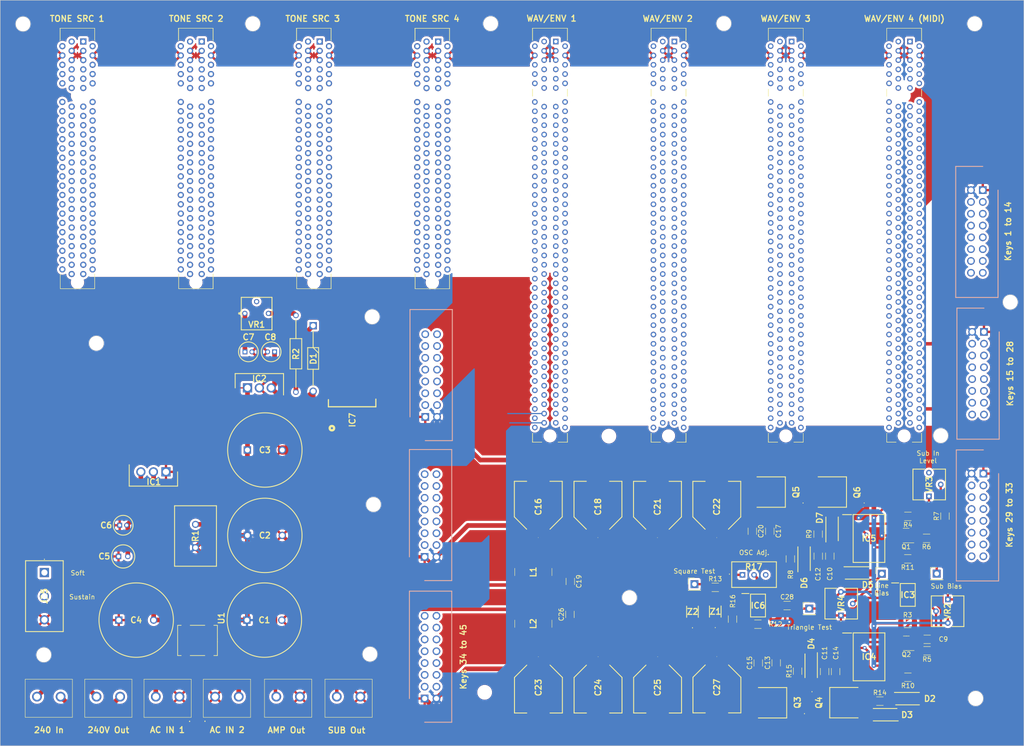
<source format=kicad_pcb>
(kicad_pcb (version 20221018) (generator pcbnew)
  (layers (0 "F.Cu" signal) (1 "In1.Cu" signal) (2 "In2.Cu" signal) (31 "B.Cu" signal) (34 "B.Paste" user) (35 "F.Paste" user) (36 "B.SilkS" user "B.Silkscreen") (37 "F.SilkS" user "F.Silkscreen") (38 "B.Mask" user) (39 "F.Mask" user) (44 "Edge.Cuts" user))
  (net 0 "")
  (net 1 "+30V")
  (net 2 "GND")
  (net 3 "+VT")
  (net 4 "Net-(C4--)")
  (net 5 "-15V")
  (net 6 "Net-(C7-+)")
  (net 7 "+15V")
  (net 8 "Net-(IC3-VINB-)")
  (net 9 "VB2")
  (net 10 "VS2")
  (net 11 "VB1")
  (net 12 "VS1")
  (net 13 "AMP OUT")
  (net 14 "SUBWOOFER")
  (net 15 "Net-(IC6-IN2-)")
  (net 16 "TRI WAVE OUT")
  (net 17 "Net-(D1-K)")
  (net 18 "HO1")
  (net 19 "Net-(D3-A)")
  (net 20 "LO1")
  (net 21 "Net-(D4-A)")
  (net 22 "HO2")
  (net 23 "Net-(D6-A)")
  (net 24 "LO2")
  (net 25 "Net-(D7-A)")
  (net 26 "PCM LNE OUT")
  (net 27 "Net-(IC3-VINA-)")
  (net 28 "PCM SUB OUT")
  (net 29 "+5V")
  (net 30 "VSS1")
  (net 35 "Net-(IC4-HIN)")
  (net 36 "SUB INV")
  (net 38 "VSS2")
  (net 43 "Net-(IC5-HIN)")
  (net 44 "LINE INV")
  (net 46 "Net-(IC6-OUT1)")
  (net 47 "Net-(IC6-IN1+)")
  (net 48 "SELECT 4")
  (net 49 "SELECT 5")
  (net 50 "SELECT 6")
  (net 51 "TONE 1")
  (net 52 "TONE 2")
  (net 53 "TONE 3")
  (net 54 "TONE 4")
  (net 55 "TONE 5")
  (net 56 "TONE 6")
  (net 57 "EXP 1")
  (net 58 "EXP 2")
  (net 59 "EXP 3")
  (net 60 "EXP 4")
  (net 61 "EXP 5")
  (net 62 "EXP 6")
  (net 63 "EXP 7")
  (net 64 "TONE 7")
  (net 65 "TONE 8")
  (net 66 "TONE 9")
  (net 67 "TONE 10")
  (net 68 "TONE 11")
  (net 69 "TONE 12")
  (net 70 "EXP 11")
  (net 71 "EXP 12")
  (net 72 "EXP 13")
  (net 73 "SELECT 3")
  (net 74 "SELECT 1")
  (net 75 "SELECT 2")
  (net 76 "F1")
  (net 77 "F#2")
  (net 78 "G3")
  (net 79 "G#4")
  (net 80 "A5")
  (net 81 "A#6")
  (net 82 "B7")
  (net 83 "C8")
  (net 84 "C#9")
  (net 85 "D10")
  (net 86 "D#11")
  (net 87 "E12")
  (net 88 "F13")
  (net 89 "F#14")
  (net 90 "G15")
  (net 91 "G#16")
  (net 92 "A17")
  (net 93 "A#18")
  (net 94 "B19")
  (net 95 "C20")
  (net 96 "C#21")
  (net 97 "D22")
  (net 98 "D#23")
  (net 99 "E24")
  (net 100 "F25")
  (net 101 "F#26")
  (net 102 "G27")
  (net 103 "G#28")
  (net 104 "A29")
  (net 105 "A#30")
  (net 106 "B31")
  (net 107 "C32")
  (net 108 "C#33")
  (net 109 "+VED")
  (net 110 "SUSTAIN")
  (net 111 "SOFT")
  (net 112 "LINE OUT")
  (net 113 "F73")
  (net 114 "E72")
  (net 115 "D#71")
  (net 116 "D70")
  (net 117 "C#69")
  (net 118 "C68")
  (net 119 "B67")
  (net 120 "A#66")
  (net 121 "A65")
  (net 122 "G#64")
  (net 123 "G63")
  (net 124 "F#62")
  (net 125 "F61")
  (net 126 "E60")
  (net 127 "D#59")
  (net 128 "D58")
  (net 129 "C#57")
  (net 130 "C56")
  (net 131 "B55")
  (net 132 "A#54")
  (net 133 "A53")
  (net 134 "G#52")
  (net 135 "G51")
  (net 136 "F#50")
  (net 137 "F49")
  (net 138 "E48")
  (net 139 "D#47")
  (net 140 "D46")
  (net 141 "C#45")
  (net 142 "C44")
  (net 143 "B43")
  (net 144 "A#42")
  (net 145 "A41")
  (net 146 "G#40")
  (net 147 "G39")
  (net 148 "F#38")
  (net 149 "F37")
  (net 150 "E36")
  (net 151 "D#35")
  (net 152 "D34")
  (net 153 "AC1")
  (net 154 "AC2")
  (net 155 "LIVE")
  (net 156 "Neutral")
  (net 157 "Net-(Q1-B)")
  (net 158 "Net-(Q2-B)")
  (net 159 "Net-(VR1-CW)")
  (net 160 "SUB IN")
  (net 161 "SQUARE")
  (net 163 "Net-(Z1-K)")
  (net 164 "EXP8")
  (net 165 "EXP9")
  (net 166 "EXP10")
  (footprint "Connector_PinHeader_2.54mm:PinHeader_1x01_P2.54mm_Vertical" (layer "F.Cu") (at 216.158 137.3502)
    (fp_text reference "J23" hide)
    (fp_text value "Bias Test Point 2" hide)
  )
  (footprint "SamacSys_Parts:877159306" (layer "F.Cu") (at 134.243 22.9232 -90)
    (fp_text reference "J4" hide)
    (fp_text value "WAV/ENV 1")
  )
  (footprint "Resistor_SMD:R_1206_3216Metric" (layer "F.Cu") (at 217.936 124.9804 90)
    (fp_text reference "R7")
    (fp_text value "10k")
  )
  (footprint "SamacSys_Parts:SQMR54K7J" (layer "F.Cu") (at 56.773 131.7526 90)
    (fp_text reference "R1")
    (fp_text value "SQMR54K7J" hide)
  )
  (footprint "SamacSys_Parts:SOIC127P600X175-8N" (layer "F.Cu") (at 209.935 141.9222)
    (fp_text reference "IC3")
    (fp_text value "MCP6022-E_SN" hide)
  )
  (footprint "SamacSys_Parts:EEE0JA152UAP" (layer "F.Cu") (at 168.8886 162.134 -90)
    (fp_text reference "C27")
    (fp_text value "EEEFK1H221P" hide)
  )
  (footprint "Package_TO_SOT_SMD:SOT-23" (layer "F.Cu") (at 209.5817 129.1612 180)
    (fp_text reference "Q1")
    (fp_text value "BC848")
  )
  (footprint "Resistor_SMD:R_1206_3216Metric" (layer "F.Cu") (at 214.0752 153.9364 180)
    (fp_text reference "R5")
    (fp_text value "10k")
  )
  (footprint "SamacSys_Parts:IRFR2905ZTRPBF" (layer "F.Cu") (at 196.1982 165.087 -90)
    (fp_text reference "Q4")
    (fp_text value "IRFR2905ZTRPBF" hide)
  )
  (footprint "Resistor_SMD:R_1206_3216Metric" (layer "F.Cu") (at 172.2472 147.1292 90)
    (fp_text reference "R16")
    (fp_text value "100k")
  )
  (footprint "SamacSys_Parts:TO270P460X1020X2008-3P" (layer "F.Cu") (at 50.423 115.4604 180)
    (fp_text reference "IC1")
    (fp_text value "L7915CV" hide)
  )
  (footprint "Resistor_SMD:R_1206_3216Metric" (layer "F.Cu") (at 209.935 134.1752 180)
    (fp_text reference "R11")
    (fp_text value "10k")
  )
  (footprint "SamacSys_Parts:DIOM5127X229N" (layer "F.Cu") (at 199.0384 137.1978)
    (fp_text reference "D5")
    (fp_text value "US1M-E3_5AT" hide)
  )
  (footprint "SamacSys_Parts:CAPPRD750W85D1600H3350" (layer "F.Cu") (at 67.9328 129.1256)
    (fp_text reference "C2")
    (fp_text value "ECA1HHG222" hide)
  )
  (footprint "SamacSys_Parts:SRN8040220M" (layer "F.Cu") (at 129.417 136.9946 -90)
    (fp_text reference "L1")
    (fp_text value "SRN8040-220M" hide)
  )
  (footprint "SamacSys_Parts:DIOM5127X229N" (layer "F.Cu") (at 189.1578 157.1622 -90)
    (fp_text reference "D4")
    (fp_text value "US1M-E3_5AT" hide)
  )
  (footprint "SamacSys_Parts:SOIC127P1032X265-16N" (layer "F.Cu") (at 201.5914 129.781)
    (fp_text reference "IC5")
    (fp_text value "IR2113SPBF" hide)
  )
  (footprint "Capacitor_SMD:C_1206_3216Metric" (layer "F.Cu") (at 177.7786 156.5526 90)
    (fp_text reference "C15")
    (fp_text value "220nF")
  )
  (footprint "Connector_PinHeader_2.54mm:PinHeader_1x01_P2.54mm_Vertical" (layer "F.Cu") (at 204.347 137.3756)
    (fp_text reference "J24" hide)
    (fp_text value "Bias Test Point 1" hide)
  )
  (footprint "Resistor_SMD:R_1206_3216Metric" (layer "F.Cu") (at 190.6564 128.8412 -90)
    (fp_text reference "R9")
    (fp_text value "10R")
  )
  (footprint "Resistor_SMD:R_1206_3216Metric" (layer "F.Cu") (at 177.7024 148.2214 180)
    (fp_text reference "R12")
    (fp_text value "100k")
  )
  (footprint "SamacSys_Parts:T73YP103KT20" (layer "F.Cu") (at 195.5586 146.3418 90)
    (fp_text reference "VR4")
    (fp_text value "T73YP103KT20" hide)
  )
  (footprint "SamacSys_Parts:CAPPRD150W47D425H800" (layer "F.Cu") (at 73.779 89.654 180)
    (fp_text reference "C8")
    (fp_text value "MCMHR50V104M4X7" hide)
  )
  (footprint "SamacSys_Parts:DIOAD1405W86L465D235" (layer "F.Cu") (at 82.0714 84.0269 -90)
    (fp_text reference "D1")
    (fp_text value "1N4002G" hide)
  )
  (footprint "SamacSys_Parts:1001878410212TLF" (layer "F.Cu") (at 32.643 22.9232 -90)
    (fp_text reference "J8" hide)
    (fp_text value "TONE SRC 1")
  )
  (footprint "SamacSys_Parts:SOT508P985X260-4N" (layer "F.Cu") (at 57.2048 151.7062 -90)
    (fp_text reference "U1")
    (fp_text value "DF06S" hide)
  )
  (footprint "SamacSys_Parts:17761192" (layer "F.Cu") (at 22.6862 163.7972)
    (fp_text reference "J12" hide)
    (fp_text value "240 In")
  )
  (footprint "Capacitor_SMD:C_1206_3216Metric" (layer "F.Cu") (at 137.3672 139.0266 -90)
    (fp_text reference "C19")
    (fp_text value "390nF")
  )
  (footprint "Resistor_SMD:R_1206_3216Metric" (layer "F.Cu") (at 209.9604 125.0312 180)
    (fp_text reference "R4")
    (fp_text value "10k")
  )
  (footprint "SamacSys_Parts:CAPPRD750W85D1600H3350" (layer "F.Cu") (at 67.8312 147.3374)
    (fp_text reference "C1")
    (fp_text value "ECA1HHG222" hide)
  )
  (footprint "Capacitor_SMD:C_1206_3216Metric" (layer "F.Cu") (at 137.291 146.1132 90)
    (fp_text reference "C26")
    (fp_text value "5.6uF")
  )
  (footprint "SamacSys_Parts:1001878410212TLF" (layer "F.Cu") (at 108.9488 22.9392 -90)
    (fp_text reference "J5" hide)
    (fp_text value "TONE SRC 4")
  )
  (footprint "Capacitor_SMD:C_1206_3216Metric" (layer "F.Cu") (at 181.6394 156.5272 90)
    (fp_text reference "C13")
    (fp_text value "100nF")
  )
  (footprint "Capacitor_SMD:C_1206_3216Metric" (layer "F.Cu") (at 190.6818 133.591 -90)
    (fp_text reference "C12")
    (fp_text value "22uF")
  )
  (footprint "SamacSys_Parts:1001878410212TLF" (layer "F.Cu") (at 58.1046 22.9232 -90)
    (fp_text reference "J7" hide)
    (fp_text value "TONE SRC 2")
  )
  (footprint "Capacitor_SMD:C_1206_3216Metric" (layer "F.Cu") (at 193.171 133.591 90)
    (fp_text reference "C10")
    (fp_text value "220nF")
  )
  (footprint "SamacSys_Parts:CAPPRD150W47D425H800" (layer "F.Cu") (at 67.4022 89.654)
    (fp_text reference "C7")
    (fp_text value "MCMHR50V104M4X7" hide)
  )
  (footprint "SamacSys_Parts:T73YP103KT20" (layer "F.Cu") (at 214.4816 120.7132 90)
    (fp_text reference "VR3")
    (fp_text value "T73YP103KT20" hide)
  )
  (footprint "SamacSys_Parts:PDZVTFTR47B" (layer "F.Cu") (at 168.5388 145.5036 180)
    (fp_text reference "Z1")
    (fp_text value "PDZVTFTR4.7B" hide)
  )
  (footprint "SamacSys_Parts:T73YP103KT20" (layer "F.Cu") (at 218.5548 142.8874 -90)
    (fp_text reference "VR2")
    (fp_text value "T73YP103KT20" hide)
  )
  (footprint "SamacSys_Parts:CAPPRD750W85D1600H3350" (layer "F.Cu") (at 67.9328 110.7614)
    (fp_text reference "C3")
    (fp_text value "ECA1HHG222" hide)
  )
  (footprint "SamacSys_Parts:17761192" (layer "F.Cu") (at 35.4878 163.7972)
    (fp_text reference "J11" hide)
    (fp_text value "240V Out")
  )
  (footprint "SamacSys_Parts:17761192" (layer "F.Cu") (at 48.2386 163.8022)
    (fp_text reference "J9" hide)
    (fp_text value "AC IN 1")
  )
  (footprint "SamacSys_Parts:CAPPRD150W47D425H800" (layer "F.Cu") (at 40.4688 126.9412)
    (fp_text reference "C6")
    (fp_text value "MCMHR50V104M4X7" hide)
  )
  (footprint "SamacSys_Parts:SRN8040220M" (layer "F.Cu") (at 129.417 148.1198 90)
    (fp_text reference "L2")
    (fp_text value "SRN8040-220M" hide)
  )
  (footprint "SamacSys_Parts:EEE0JA152UAP" (layer "F.Cu") (at 130.4838 122.6436 90)
    (fp_text reference "C16")
    (fp_text value "EEEFK1H221P" hide)
  )
  (footprint "Resistor_SMD:R_1206_3216Metric" (layer "F.Cu") (at 213.9736 129.7556 180)
    (fp_text reference "R6")
    (fp_text value "10k")
  )
  (footprint "Connector_PinHeader_2.54mm:PinHeader_1x01_P2.54mm_Vertical" (layer "F.Cu") (at 164.0626 139.6108)
    (fp_text reference "J22" hide)
    (fp_text value "Square Test")
  )
  (footprint "SamacSys_Parts:DIOM5127X229N" (layer "F.Cu") (at 209.8842 164.2234)
    (fp_text reference "D2")
    (fp_text value "US1M-E3_5AT" hide)
  )
  (footprint "SamacSys_Parts:1001878410212TLF" (layer "F.Cu") (at 83.4792 22.9232 -90)
    (fp_text reference "J6" hide)
    (fp_text value "TONE SRC 3")
  )
  (footprint "Capacitor_SMD:C_1206_3216Metric" (layer "F.Cu") (at 183.9762 144.2082)
    (fp_text reference "C28")
    (fp_text value "1nF")
  )
  (footprint "SamacSys_Parts:877159306" (layer "F.Cu") (at 184.9522 22.9232 -90)
    (fp_text reference "J2" hide)
    (fp_text value "WAV/ENV 3")
  )
  (footprint "SamacSys_Parts:DIOM5127X229N" (layer "F.Cu") (at 205.0582 167.6778 180)
    (fp_text reference "D3")
    (fp_text value "US1M-E3_5AT" hide)
  )
  (footprint "Connector_PinHeader_2.54mm:PinHeader_1x01_P2.54mm_Vertical" (layer "F.Cu") (at 188.7514 144.8686)
    (fp_text reference "J19" hide)
    (fp_text value "Triangle Test")
  )
  (footprint "SamacSys_Parts:IRFR2905ZTRPBF" (layer "F.Cu") (at 180.559 119.8062 90)
    (fp_text reference "Q5")
    (fp_text value "IRFR2905ZTRPBF" hide)
  )
  (footprint "SamacSys_Parts:17761192" (layer "F.Cu") (at 87.1514 163.7972)
    (fp_text reference "J21" hide)
    (fp_text value "SUB Out")
  )
  (footprint "Package_TO_SOT_SMD:SOT-23" (layer "F.Cu") (at 209.6262 152.3238 180)
    (fp_text reference "Q2")
    (fp_text value "BC848")
  )
  (footprint "SamacSys_Parts:D2PAK-STB35NF10T4" (layer "F.Cu") (at 95.5534 101.465 -90)
    (fp_text reference "IC7")
    (fp_text value "L7805ACD2T-TR" hide)
  )
  (footprint "SamacSys_Parts:DIOM5127X229N" (layer "F.Cu") (at 193.6536 127.7236 90)
    (fp_text reference "D7")
    (fp_text value "US1M-E3_5AT" hide)
  )
  (footprint "Resistor_SMD:R_1206_3216Metric" (layer "F.Cu") (at 203.9406 164.7568)
    (fp_text reference "R14")
    (fp_text value "10R")
  )
  (footprint "SamacSys_Parts:EEE0JA152UAP" (layer "F.Cu") (at 156.1378 162.1646 -90)
    (fp_text reference "C25")
    (fp_text value "EEEFK1H221P" hide)
  )
  (footprint "Resistor_SMD:R_1206_3216Metric" (layer "F.Cu") (at 184.6874 134.1859 -90)
    (fp_text reference "R8")
    (fp_text value "10R")
  )
  (footprint "SamacSys_Parts:877159306" (layer "F.Cu") (at 159.7446 22.9232 -90)
    (fp_text reference "J3" hide)
    (fp_text value "WAV/ENV 2")
  )
  (footprint "Capacitor_SMD:C_1206_3216Metric" (layer "F.Cu") (at 180.2678 128.233 -90)
    (fp_text reference "C17")
    (fp_text value "100nF")
  )
  (footprint "SamacSys_Parts:877159306" (layer "F.Cu") (at 210.403 22.9232 -90)
    (fp_text reference "J1" hide)
    (fp_text value "WAV/ENV 4 (MIDI)")
  )
  (footprint "SamacSys_Parts:IRFR2905ZTRPBF" (layer "F.Cu") (at 193.7044 119.8002 90)
    (fp_text reference "Q6")
    (fp_text value "IRFR2905ZTRPBF" hide)
  )
  (footprint "SamacSys_Parts:PDZVTFTR47B" (layer "F.Cu") (at 163.6366 145.5388 180)
    (fp_text reference "Z2")
    (fp_text value "PDZVTFTR4.7B" hide)
  )
  (footprint "Capacitor_SMD:C_1206_3216Metric" (layer "F.Cu") (at 176.5086 128.233 -90)
    (fp_text reference "C20")
    (fp_text value "220nF")
  )
  (footprint "SamacSys_Parts:17761192" (layer "F.Cu") (at 74.1466 163.7916)
    (fp_text reference "J20" hide)
    (fp_text value "AMP Out")
  )
  (footprint "Resistor_SMD:R_1206_3216Metric" (layer "F.Cu") (at 186.2368 158.3159 90)
    (fp_text reference "R15")
    (fp_text value "10R")
  )
  (footprint "SamacSys_Parts:EEE0JA152UAP" (layer "F.Cu") (at 143.3362 162.1646 -90)
    (fp_text reference "C24")
    (fp_text value "EEEFK1H221P" hide)
  )
  (footprint "SamacSys_Parts:CAPPRD750W85D1600H3350" (layer "F.Cu") (at 40.2722 147.3374)
    (fp_text reference "C4")
    (fp_text value "ECA1HHG222" hide)
  )
  (footprint "SamacSys_Parts:IRFR2905ZTRPBF" (layer "F.Cu") (at 180.852 165.1124 90)
    (fp_text reference "Q3")
    (fp_text value "IRFR2905ZTRPBF" hide)
  )
  (footprint "SamacSys_Parts:EEE0JA152UAP" (layer "F.Cu") (at 156.1124 122.6488 90)
    (fp_text reference "C21")
    (fp_text value "EEEFK1H221P" hide)
  )
  (footprint "Capacitor_SMD:C_1206_3216Metric" (layer "F.Cu") (at 192.0534 158.4068 90)
    (fp_text reference "C11")
    (fp_text value "220nF")
  )
  (footprint "SamacSys_Parts:RESAD1650W60L650D250" (layer "F.Cu") (at 78.363 98.3104 90)
    (fp_text reference "R2")
    (fp_text value "MRS25000C1801FCT00" hide)
  )
  (footprint "SamacSys_Parts:EEE0JA152UAP" (layer "F.Cu") (at 168.8632 122.6488 90)
    (fp_text reference "C22")
    (fp_text value "EEEFK1H221P" hide)
  )
  (footprint "SamacSys_Parts:TO255P460X1020X2008-3P" (layer "F.Cu") (at 67.9544 97.401)
    (fp_text reference "IC2")
    (fp_text value "L78S15CV" hide)
  )
  (footprint "SamacSys_Parts:SOIC127P600X175-8N" (layer "F.Cu") (at 177.7278 144.2082)
    (fp_text reference "IC6")
    (fp_text value "LM358DT" hide)
  )
  (footprint "SamacSys_Parts:EEE0JA152UAP" (layer "F.Cu") (at 143.3108 122.6436 90)
    (fp_text reference "C18")
    (fp_text value "EEEFK1H221P" hide)
  )
  (footprint "SamacSys_Parts:17761192" (layer "F.Cu") (at 60.9894 163.8022)
    (fp_text reference "J10" hide)
    (fp_text value "AC IN 2")
  )
  (footprint "SamacSys_Parts:CT9EW104" (layer "F.Cu") (at 174.3788 137.6042 -90)
    (fp_text reference "R17")
    (fp_text value "CT-9EW104" hide)
  )
  (footprint "SamacSys_Parts:CTB05083" (layer "F.Cu") (at 24.2824 137.1092 -90)
    (fp_text reference "J25")
    (fp_text value "Pedals" hide)
  )
  (footprint "Resistor_SMD:R_1206_3216Metric" (layer "F.Cu") (at 209.9604 159.626 180)
    (fp_text reference "R10")
    (fp_text value "10k")
  )
  (footprint "SamacSys_Parts:DIOM5127X229N" (layer "F.Cu") (at 187.6338 134.1318 90)
    (fp_text reference "D6")
    (fp_text value "US1M-E3_5AT" hide)
  )
  (footprint "SamacSys_Parts:SOIC127P1032X265-16N" (layer "F.Cu") (at 201.6038 155.2318)
    (fp_text reference "IC4")
    (fp_text value "IR2113SPBF" hide)
  )
  (footprint "SamacSys_Parts:EEE0JA152UAP" (layer "F.Cu") (at 130.5092 162.1646 -90)
    (fp_text reference "C23")
    (fp_text value "EEEFK1H221P" hide)
  )
  (footprint "Capacitor_SMD:C_1206_3216Metric" (layer "F.Cu") (at 214.1006 151.4726 180)
    (fp_text reference "C9")
    (fp_text value "68nF")
  )
  (footprint "SamacSys_Parts:3362P_1" (layer "F.Cu") (at 69.9157 84.9206)
    (fp_text reference "VR1")
    (fp_text value "3362P-1-102LF" hide)
  )
  (footprint "Resistor_SMD:R_1206_3216Metric" (layer "F.Cu") (at 168.5388 140.2966)
    (fp_text reference "R13")
    (fp_text value "5k1")
  )
  (footprint "SamacSys_Parts:CAPPRD200W55D500H1250" (layer "F.Cu") (at 40.2188 133.6468)
    (fp_text reference "C5")
    (fp_text value "EEUFC1H4R7" hide)
  )
  (footprint "Capacitor_SMD:C_1206_3216Metric" (layer "F.Cu") (at 194.4156 158.4068 -90)
    (fp_text reference "C14")
    (fp_text value "22uF")
  )
  (footprint "Resistor_SMD:R_1206_3216Metric" (layer "F.Cu") (at 209.9056 148.0566)
    (fp_text reference "R3")
    (fp_text value "10k")
  )
  (footprint "SamacSys_Parts:SHDR16W64P254_2X8_2798X910X910P" (layer "B.Cu") (at 106.176 103.6444 90)
    (fp_text reference "J18" hide)
    (fp_text value "Keys 60 to 73" hide)
  )
  (footprint "SamacSys_Parts:SHDR16W64P254_2X8_2798X910X910P" (layer "B.Cu") (at 226.191 115.8364 -90)
    (fp_text reference "J15" hide)
    (fp_text value "Keys 29 to 33")
  )
  (footprint "SamacSys_Parts:SHDR16W64P254_2X8_2798X910X910P" (layer "B.Cu") (at 226.064 54.8764 -90)
    (fp_text reference "J13" hide)
    (fp_text value "Keys 1 to 14")
  )
  (footprint "SamacSys_Parts:SHDR16W64P254_2X8_2798X910X910P" (layer "B.Cu") (at 106.049 133.7434 90)
    (fp_text reference "J17" hide)
    (fp_text value "Keys 46 to 59" hide)
  )
  (footprint "SamacSys_Parts:SHDR16W64P254_2X8_2798X910X910P" (layer "B.Cu") (at 226.318 85.3564 -90)
    (fp_text reference "J14" hide)
    (fp_text value "Keys 15 to 28")
  )
  (footprint "SamacSys_Parts:SHDR16W64P254_2X8_2798X910X910P" (layer "B.Cu") (at 106.049 164.198 90)
    (fp_text reference "J16" hide)
    (fp_text value "Keys 34 to 45")
  )
  (gr_circle (center 94.7674 82.1182) (end 96.3676 82.1436) (stroke (width 0.1)) (fill none) (layer "Edge.Cuts"))
  (gr_circle (center 95.0468 122.4788) (end 96.647 122.4788) (stroke (width 0.1)) (fill none) (layer "Edge.Cuts"))
  (gr_circle (center 224.536 164.1856) (end 226.1616 164.1856) (stroke (width 0.1)) (fill none) (layer "Edge.Cuts"))
  (gr_circle (center 69.088 19.1008) (end 70.6882 19.2278) (stroke (width 0.1)) (fill none) (layer "Edge.Cuts"))
  (gr_circle (center 150.0886 142.5194) (end 151.6888 142.5448) (stroke (width 0.1)) (fill none) (layer "Edge.Cuts"))
  (gr_circle (center 170.3832 19.05) (end 171.9834 19.05) (stroke (width 0.1)) (fill none) (layer "Edge.Cuts"))
  (gr_circle (center 24.1554 154.813) (end 25.7556 154.813) (stroke (width 0.1)) (fill none) (layer "Edge.Cuts"))
  (gr_rect (start 14.7828 14.0462) (end 234.8992 174.3456) (stroke (width 0.1)) (fill none) (layer "Edge.Cuts"))
  (gr_circle (center 120.2436 19.0754) (end 121.8438 19.0754) (stroke (width 0.1)) (fill none) (layer "Edge.Cuts"))
  (gr_circle (center 94.2848 154.6606) (end 95.885 154.6606) (stroke (width 0.1)) (fill none) (layer "Edge.Cuts"))
  (gr_circle (center 35.4584 87.8078) (end 37.0586 87.7824) (stroke (width 0.1)) (fill none) (layer "Edge.Cuts"))
  (gr_circle (center 224.3328 19.1008) (end 225.933 19.0754) (stroke (width 0.1)) (fill none) (layer "Edge.Cuts"))
  (gr_circle (center 19.685 19.1516) (end 21.2852 19.2024) (stroke (width 0.1)) (fill none) (layer "Edge.Cuts"))
  (gr_circle (center 217.0176 107.6706) (end 217.043 109.2708) (stroke (width 0.1)) (fill none) (layer "Edge.Cuts"))
  (gr_circle (center 231.9782 78.9686) (end 230.378 78.9432) (stroke (width 0.1)) (fill none) (layer "Edge.Cuts"))
  (gr_text "Sub In\nLevel" (at 214.2998 113.665) (layer "F.SilkS") (effects (font (size 1 1)) (justify bottom)))
  (gr_text "." (at 58.4708 169.2656) (layer "F.SilkS") (effects (font (size 1 1)) (justify left bottom)))
  (gr_text "." (at 55.1688 169.291) (layer "F.SilkS") (effects (font (size 1 1)) (justify left bottom)))
  (gr_text "Line\nBias" (at 204.3176 142.113) (layer "F.SilkS") (effects (font (size 1 1)) (justify bottom)))
  (gr_text "Sub Bias" (at 214.7824 140.6398) (layer "F.SilkS") (effects (font (size 1 1)) (justify left bottom)))
  (gr_text "Soft" (at 29.845 137.795) (layer "F.SilkS") (effects (font (size 1 1)) (justify left bottom)))
  (gr_text "Sustain" (at 29.5402 142.9512) (layer "F.SilkS") (effects (font (size 1 1)) (justify left bottom)))
  (gr_text "OSC Adj." (at 173.5876 133.4132) (layer "F.SilkS") (effects (font (size 1 1)) (justify left bottom)))
  (segment (start 59.7448 134.7244) (end 56.773 131.7526) (width 1) (layer "F.Cu") (net 1))
  (segment (start 180.2678 129.708) (end 181.2044 129.708) (width 1) (layer "F.Cu") (net 1))
  (segment (start 168.8632 126.9988) (end 171.5724 129.708) (width 1) (layer "F.Cu") (net 1))
  (segment (start 181.6394 155.0522) (end 182.6282 155.0522) (width 1) (layer "F.Cu") (net 1))
  (segment (start 67.9328 134.8864) (end 67.9328 147.2358) (width 1) (layer "F.Cu") (net 1))
  (segment (start 183.2394 155.6634) (end 183.2394 161.798) (width 1) (layer "F.Cu") (net 1))
  (segment (start 182.1982 128.7142) (end 182.1982 122.3724) (width 1) (layer "F.Cu") (net 1))
  (segment (start 182.1982 122.3724) (end 179.632 119.8062) (width 1) (layer "F.Cu") (net 1))
  (segment (start 143.3362 157.8146) (end 156.1378 157.8146) (width 1) (layer "F.Cu") (net 1))
  (segment (start 156.1124 126.9988) (end 168.8632 126.9988) (width 1) (layer "F.Cu") (net 1))
  (segment (start 130.5092 157.8146) (end 143.3362 157.8146) (width 1) (layer "F.Cu") (net 1))
  (segment (start 59.7448 147.312) (end 59.7448 134.7244) (width 1) (layer "F.Cu") (net 1))
  (segment (start 130.4838 126.9936) (end 143.3108 126.9936) (width 1) (layer "F.Cu") (net 1))
  (segment (start 168.8886 157.784) (end 156.1684 157.784) (width 1) (layer "F.Cu") (net 1))
  (segment (start 67.9328 129.1256) (end 59.4 129.1256) (width 1) (layer "F.Cu") (net 1))
  (segment (start 182.6282 155.0522) (end 183.2394 155.6634) (width 1) (layer "F.Cu") (net 1))
  (segment (start 156.1684 157.784) (end 156.1378 157.8146) (width 1) (layer "F.Cu") (net 1))
  (segment (start 171.6204 155.0522) (end 181.6394 155.0522) (width 1) (layer "F.Cu") (net 1))
  (segment (start 67.8058 147.312) (end 67.8312 147.3374) (width 1) (layer "F.Cu") (net 1))
  (segment (start 59.7448 147.312) (end 67.8058 147.312) (width 1) (layer "F.Cu") (net 1))
  (segment (start 171.5724 129.708) (end 180.2678 129.708) (width 1) (layer "F.Cu") (net 1))
  (segment (start 181.2044 129.708) (end 182.1982 128.7142) (width 1) (layer "F.Cu") (net 1))
  (segment (start 59.4 129.1256) (end 56.773 131.7526) (width 1) (layer "F.Cu") (net 1))
  (segment (start 143.3108 126.9936) (end 156.1072 126.9936) (width 1) (layer "F.Cu") (net 1))
  (segment (start 115.3388 126.9936) (end 130.4838 126.9936) (width 1) (layer "F.Cu") (net 1))
  (segment (start 67.9328 147.2358) (end 67.8312 147.3374) (width 1) (layer "F.Cu") (net 1))
  (segment (start 168.8886 157.784) (end 171.6204 155.0522) (width 1) (layer "F.Cu") (net 1))
  (segment (start 67.9328 129.1256) (end 67.9328 134.8864) (width 1) (layer "F.Cu") (net 1))
  (segment (start 114.9724 157.8146) (end 108.589 164.198) (width 1) (layer "F.Cu") (net 1))
  (segment (start 156.1072 126.9936) (end 156.1124 126.9988) (width 1) (layer "F.Cu") (net 1))
  (segment (start 183.2394 161.798) (end 179.925 165.1124) (width 1) (layer "F.Cu") (net 1))
  (segment (start 108.589 133.7434) (end 115.3388 126.9936) (width 1) (layer "F.Cu") (net 1))
  (segment (start 130.5092 157.8146) (end 114.9724 157.8146) (width 1) (layer "F.Cu") (net 1))
  (segment (start 103.0518 139.56) (end 103.0518 165.7474) (width 1) (layer "B.Cu") (net 1))
  (segment (start 67.9328 116.1758) (end 67.9328 129.1256) (width 1) (layer "B.Cu") (net 1))
  (segment (start 108.716 110.731) (end 105.9982 113.4488) (width 1) (layer "B.Cu") (net 1))
  (segment (start 70.5906 113.4488) (end 67.8982 116.1412) (width 1) (layer "B.Cu") (net 1))
  (segment (start 103.0518 165.7474) (end 105.2108 167.9064) (width 1) (layer "B.Cu") (net 1))
  (segment (start 108.589 166.103) (end 108.589 164.198) (width 1) (layer "B.Cu") (net 1))
  (segment (start 105.922 136.6898) (end 108.589 134.0228) (width 1) (layer "B.Cu") (net 1))
  (segment (start 67.9328 129.1256) (end 75.497 136.6898) (width 1) (layer "B.Cu") (net 1))
  (segment (start 105.922 136.6898) (end 103.0518 139.56) (width 1) (layer "B.Cu") (net 1))
  (segment (start 75.497 136.6898) (end 105.922 136.6898) (width 1) (layer "B.Cu") (net 1))
  (segment (start 105.2108 167.9064) (end 106.9888 167.9064) (width 1) (layer "B.Cu") (net 1))
  (segment (start 108.589 134.0228) (end 108.589 133.7434) (width 1) (layer "B.Cu") (net 1))
  (segment (start 108.716 103.6444) (end 108.716 110.731) (width 1) (layer "B.Cu") (net 1))
  (segment (start 105.9982 113.4488) (end 70.5906 113.4488) (width 1) (layer "B.Cu") (net 1))
  (segment (start 67.8982 116.1412) (end 67.9328 116.1758) (width 1) (layer "B.Cu") (net 1))
  (segment (start 108.6906 166.2046) (end 108.589 166.103) (width 1) (layer "B.Cu") (net 1))
  (segment (start 106.9888 167.9064) (end 108.6906 166.2046) (width 1) (layer "B.Cu") (net 1))
  (segment (start 121.6634 118.2936) (end 114.6088 111.239) (width 1) (layer "F.Cu") (net 2))
  (segment (start 140.466 140.6504) (end 137.3672 137.5516) (width 1) (layer "F.Cu") (net 2))
  (segment (start 106.049 133.7434) (end 80.0506 133.7434) (width 0.75) (layer "F.Cu") (net 2))
  (segment (start 156.1684 166.484) (end 156.1378 166.5146) (width 1) (layer "F.Cu") (net 2))
  (segment (start 75.4328 110.7614) (end 86.471 110.7614) (width 2) (layer "F.Cu") (net 2))
  (segment (start 176.5086 125.9442) (end 168.8632 118.2988) (width 1) (layer "F.Cu") (net 2))
  (segment (start 177.345 158.0276) (end 168.8886 166.484) (width 1) (layer "F.Cu") (net 2))
  (segment (start 137.3672 137.5516) (end 109.8572 137.5516) (width 0.75) (layer "F.Cu") (net 2))
  (segment (start 130.5092 166.5146) (end 108.3656 166.5146) (width 1) (layer "F.Cu") (net 2))
  (segment (start 168.8632 118.2988) (end 156.1124 118.2988) (width 1) (layer "F.Cu") (net 2))
  (segment (start 86.471 110.7614) (end 90.4788 106.7536) (width 2) (layer "F.Cu") (net 2))
  (segment (start 40.2722 133.7002) (end 40.2188 133.6468) (width 1) (layer "F.Cu") (net 2))
  (segment (start 108.3656 166.5146) (end 106.049 164.198) (width 1) (layer "F.Cu") (net 2))
  (segment (start 143.316 118.2988) (end 143.3108 118.2936) (width 1) (layer "F.Cu") (net 2))
  (segment (start 90.4788 106.7536) (end 90.4788 94.1194) (width 2) (layer "F.Cu") (net 2))
  (segment (start 199.0774 117.5202) (end 197.7574 116.2002) (width 1) (layer "F.Cu") (net 2))
  (segment (start 137.721 147.5882) (end 140.466 144.8432) (width 1) (layer "F.Cu") (net 2))
  (segment (start 137.291 147.5882) (end 137.721 147.5882) (width 1) (layer "F.Cu") (net 2))
  (segment (start 114.6088 111.239) (end 86.9486 111.239) (width 1) (layer "F.Cu") (net 2))
  (segment (start 80.0506 133.7434) (end 75.4328 129.1256) (width 0.75) (layer "F.Cu") (net 2))
  (segment (start 170.9618 116.2002) (end 168.8632 118.2988) (width 1) (layer "F.Cu") (net 2))
  (segment (start 180.2678 126.758) (end 176.5086 126.758) (width 1) (layer "F.Cu") (net 2))
  (segment (start 109.8572 137.5516) (end 106.049 133.7434) (width 0.75) (layer "F.Cu") (net 2))
  (segment (start 86.9486 111.239) (end 86.471 110.7614) (width 1) (layer "F.Cu") (net 2))
  (segment (start 181.6394 158.0022) (end 177.804 158.0022) (width 1) (layer "F.Cu") (net 2))
  (segment (start 130.4838 118.2936) (end 121.6634 118.2936) (width 1) (layer "F.Cu") (net 2))
  (segment (start 177.7786 158.0276) (end 177.345 158.0276) (width 1) (layer "F.Cu") (net 2))
  (segment (start 143.3362 166.5146) (end 130.5092 166.5146) (width 1) (layer "F.Cu") (net 2))
  (segment (start 143.3108 118.2936) (end 130.4838 118.2936) (width 1) (layer "F.Cu") (net 2))
  (segment (start 156.1124 118.2988) (end 143.316 118.2988) (width 1) (layer "F.Cu") (net 2))
  (segment (start 168.8886 166.484) (end 156.1684 166.484) (width 1) (layer "F.Cu") (net 2))
  (segment (start 197.7574 116.2002) (end 170.9618 116.2002) (width 1) (layer "F.Cu") (net 2))
  (segment (start 140.466 144.8432) (end 140.466 140.6504) (width 1) (layer "F.Cu") (net 2))
  (segment (start 177.804 158.0022) (end 177.7786 158.0276) (width 1) (layer "F.Cu") (net 2))
  (segment (start 75.3312 129.2272) (end 75.4328 129.1256) (width 1) (layer "F.Cu") (net 2))
  (segment (start 156.1378 166.5146) (end 143.3362 166.5146) (width 1) (layer "F.Cu") (net 2))
  (segment (start 176.5086 126.758) (end 176.5086 125.9442) (width 1) (layer "F.Cu") (net 2))
  (segment (start 90.4788 94.1194) (end 90.4534 94.094) (width 2) (layer "F.Cu") (net 2))
  (via (at 180.8988 147.7264) (size 0.8) (drill 0.4) (layers "F.Cu" "B.Cu") (net 2))
  (via (at 204.343 129.159) (size 0.8) (drill 0.4) (layers "F.Cu" "B.Cu") (net 2))
  (via (at 199.39 125.349) (size 0.8) (drill 0.4) (layers "F.Cu" "B.Cu") (net 2))
  (via (at 184.4548 147.7264) (size 0.8) (drill 0.4) (layers "F.Cu" "B.Cu") (net 2))
  (segment (start 204.343 129.159) (end 204.343 124.7902) (width 1) (layer "B.Cu") (net 2))
  (segment (start 203.5556 124.0028) (end 200.7362 124.0028) (width 1) (layer "B.Cu") (net 2))
  (segment (start 180.8988 147.7264) (end 184.4548 147.7264) (width 1) (layer "B.Cu") (net 2))
  (segment (start 204.343 124.7902) (end 203.5556 124.0028) (width 1) (layer "B.Cu") (net 2))
  (segment (start 200.7362 124.0028) (end 199.39 125.349) (width 1) (layer "B.Cu") (net 2))
  (segment (start 64.734 126.7526) (end 56.773 126.7526) (width 1) (layer "F.Cu") (net 3))
  (segment (start 67.9544 97.401) (end 67.9544 110.7398) (width 1) (layer "F.Cu") (net 3))
  (segment (start 25.0952 30.9372) (end 25.0952 96.0374) (width 0.25) (layer "F.Cu") (net 3))
  (segment (start 25.0952 96.0374) (end 26.4588 97.401) (width 0.25) (layer "F.Cu") (net 3))
  (segment (start 67.9328 123.5538) (end 64.734 126.7526) (width 1) (layer "F.Cu") (net 3))
  (segment (start 26.4588 97.401) (end 67.9544 97.401) (width 0.25) (layer "F.Cu") (net 3))
  (segment (start 67.9328 110.7614) (end 67.9328 123.5538) (width 1) (layer "F.Cu") (net 3))
  (segment (start 67.9544 110.7398) (end 67.9328 110.7614) (width 1) (layer "F.Cu") (net 3))
  (segment (start 47.7976 147.312) (end 47.7722 147.3374) (width 1) (layer "F.Cu") (net 4))
  (segment (start 54.6648 147.312) (end 47.7976 147.312) (width 1) (layer "F.Cu") (net 4))
  (segment (start 47.7722 115.5096) (end 47.723 115.4604) (width 1) (layer "F.Cu") (net 4))
  (segment (start 47.7722 147.3374) (end 47.7722 115.5096) (width 1) (layer "F.Cu") (net 4))
  (segment (start 42.2188 127.1912) (end 41.9688 126.9412) (width 1) (layer "F.Cu") (net 5))
  (segment (start 42.2188 133.6468) (end 42.2188 127.1912) (width 1) (layer "F.Cu") (net 5))
  (segment (start 41.9688 126.9412) (end 45.023 123.887) (width 1) (layer "F.Cu") (net 5))
  (segment (start 45.023 123.887) (end 45.023 115.4604) (width 1) (layer "F.Cu") (net 5))
  (segment (start 67.4022 89.654) (end 67.4022 81.4171) (width 1) (layer "F.Cu") (net 6))
  (segment (start 67.4022 81.4171) (end 67.3757 81.3906) (width 1) (layer "F.Cu") (net 6))
  (segment (start 211.9342 163.2762) (end 211.6564 162.9984) (width 0.5) (layer "F.Cu") (net 7))
  (segment (start 82.0714 102.603) (end 83.8374 104.369) (width 1) (layer "F.Cu") (net 7))
  (segment (start 73.779 96.6764) (end 73.779 89.654) (width 1) (layer "F.Cu") (net 7))
  (segment (start 208.50615 162.9984) (end 206.12435 160.6166) (width 0.5) (layer "F.Cu") (net 7))
  (segment (start 201.0884 128.9354) (end 200.029 127.876) (width 0.5) (layer "F.Cu") (net 7))
  (segment (start 201.5022 154.1396) (end 201.5022 157.221282) (width 0.5) (layer "F.Cu") (net 7))
  (segment (start 211.9342 163.2762) (end 211.9342 164.2234) (width 0.5) (layer "F.Cu") (net 7))
  (segment (start 75.569 99.9156) (end 80.2827 99.9156) (width 1) (layer "F.Cu") (net 7))
  (segment (start 196.8918 153.3268) (end 200.6894 153.3268) (width 0.5) (layer "F.Cu") (net 7))
  (segment (start 211.6564 162.9984) (end 208.50615 162.9984) (width 0.5) (layer "F.Cu") (net 7))
  (segment (start 201.0884 137.1978) (end 201.0884 128.9354) (width 0.5) (layer "F.Cu") (net 7))
  (segment (start 206.12435 160.6166) (end 204.897518 160.6166) (width 0.5) (layer "F.Cu") (net 7))
  (segment (start 200.029 127.876) (end 196.8794 127.876) (width 0.5) (layer "F.Cu") (net 7))
  (segment (start 200.6894 153.3268) (end 201.5022 154.1396) (width 0.5) (layer "F.Cu") (net 7))
  (segment (start 80.2827 99.9156) (end 82.0714 98.1269) (width 1) (layer "F.Cu") (net 7))
  (segment (start 201.5022 157.221282) (end 204.897518 160.6166) (width 0.5) (layer "F.Cu") (net 7))
  (segment (start 73.0544 97.401) (end 75.569 99.9156) (width 1) (layer "F.Cu") (net 7))
  (segment (start 82.0714 98.1269) (end 82.0714 102.603) (width 1) (layer "F.Cu") (net 7))
  (segment (start 83.8374 104.369) (end 87.9134 104.369) (width 1) (layer "F.Cu") (net 7))
  (segment (start 73.0544 97.401) (end 73.779 96.6764) (width 1) (layer "F.Cu") (net 7))
  (via (at 201.045 128.9174) (size 0.8) (drill 0.4) (layers "F.Cu" "B.Cu") (net 7))
  (via (at 200.664 153.3014) (size 0.8) (drill 0.4) (layers "F.Cu" "B.Cu") (net 7))
  (segment (start 213.1446 142.5572) (end 216.0148 145.4274) (width 0.5) (layer "F.Cu") (net 8))
  (segment (start 216.158 137.3502) (end 216.158 134.60465) (width 0.5) (layer "F.Cu") (net 8))
  (segment (start 212.647 142.5572) (end 211.9295 142.5572) (width 0.5) (layer "F.Cu") (net 8))
  (segment (start 216.158 134.60465) (end 217.122025 133.640625) (width 0.5) (layer "F.Cu") (net 8))
  (segment (start 216.0148 145.4274) (end 216.0148 151.0334) (width 0.5) (layer "F.Cu") (net 8))
  (segment (start 211.4345 142.0622) (end 211.4345 139.32815) (width 0.5) (layer "F.Cu") (net 8))
  (segment (start 211.4345 139.32815) (end 217.122025 133.640625) (width 0.5) (layer "F.Cu") (net 8))
  (segment (start 217.936 132.826649) (end 217.936 126.4429) (width 0.5) (layer "F.Cu") (net 8))
  (segment (start 217.122025 133.640625) (end 217.936 132.826649) (width 0.5) (layer "F.Cu") (net 8))
  (segment (start 212.647 142.5572) (end 213.1446 142.5572) (width 0.5) (layer "F.Cu") (net 8))
  (segment (start 211.9295 142.5572) (end 211.4345 142.0622) (width 0.5) (layer "F.Cu") (net 8))
  (segment (start 216.0148 151.0334) (end 215.5756 151.4726) (width 0.5) (layer "F.Cu") (net 8))
  (segment (start 199.0638 133.8958) (end 199.0638 136.2326) (width 0.5) (layer "F.Cu") (net 9))
  (segment (start 198.124 132.956) (end 199.0638 133.8958) (width 0.5) (layer "F.Cu") (net 9))
  (segment (start 193.171 135.066) (end 190.6818 135.066) (width 0.5) (layer "F.Cu") (net 9))
  (segment (start 199.0638 136.2326) (end 198.0986 137.1978) (width 0.5) (layer "F.Cu") (net 9))
  (segment (start 196.8794 132.956) (end 195.281 132.956) (width 0.5) (layer "F.Cu") (net 9))
  (segment (start 196.8794 132.956) (end 198.124 132.956) (width 0.5) (layer "F.Cu") (net 9))
  (segment (start 195.281 132.956) (end 193.171 135.066) (width 0.5) (layer "F.Cu") (net 9))
  (segment (start 198.0986 137.1978) (end 196.9884 137.1978) (width 0.5) (layer "F.Cu") (net 9))
  (segment (start 193.601 131.686) (end 196.8794 131.686) (width 1) (layer "F.Cu") (net 10))
  (segment (start 190.6818 132.747497) (end 190.6818 132.116) (width 1) (layer "F.Cu") (net 10))
  (segment (start 189.234697 134.1946) (end 190.6818 132.747497) (width 1) (layer "F.Cu") (net 10))
  (segment (start 190.5034 117.5262) (end 192.7774 119.8002) (width 1) (layer "F.Cu") (net 10))
  (segment (start 193.171 132.116) (end 190.6818 132.116) (width 1) (layer "F.Cu") (net 10))
  (segment (start 129.417 134.1946) (end 179.0486 134.1946) (width 1) (layer "F.Cu") (net 10))
  (segment (start 185.932 117.5262) (end 190.5034 117.5262) (width 1) (layer "F.Cu") (net 10))
  (segment (start 193.171 132.116) (end 193.601 131.686) (width 1) (layer "F.Cu") (net 10))
  (segment (start 192.7774 119.8002) (end 185.118 119.8002) (width 1) (layer "F.Cu") (net 10))
  (segment (start 183.532 121.3862) (end 183.532 129.7112) (width 1) (layer "F.Cu") (net 10))
  (segment (start 183.532 129.7112) (end 179.0486 134.1946) (width 1) (layer "F.Cu") (net 10))
  (segment (start 185.118 119.8002) (end 183.532 121.3862) (width 1) (layer "F.Cu") (net 10))
  (segment (start 179.0486 134.1946) (end 189.234697 134.1946) (width 1) (layer "F.Cu") (net 10))
  (segment (start 205.8344 161.3166) (end 207.8342 163.3164) (width 0.5) (layer "F.Cu") (net 11))
  (segment (start 196.8918 158.4068) (end 201.697768 158.4068) (width 0.5) (layer "F.Cu") (net 11))
  (segment (start 196.8918 158.4068) (end 195.8906 158.4068) (width 0.5) (layer "F.Cu") (net 11))
  (segment (start 201.697768 158.4068) (end 204.607569 161.3166) (width 0.5) (layer "F.Cu") (net 11))
  (segment (start 195.8906 158.4068) (end 194.4156 159.8818) (width 0.5) (layer "F.Cu") (net 11))
  (segment (start 194.4156 159.8818) (end 192.0534 159.8818) (width 0.5) (layer "F.Cu") (net 11))
  (segment (start 207.8342 163.3164) (end 207.8342 164.2234) (width 0.5) (layer "F.Cu") (net 11))
  (segment (start 204.607569 161.3166) (end 205.8344 161.3166) (width 0.5) (layer "F.Cu") (net 11))
  (segment (start 196.1346 164.0964) (end 197.1252 165.087) (width 1) (layer "F.Cu") (net 12))
  (segment (start 191.9492 161.757) (end 193.7952 161.757) (width 0.5) (layer "F.Cu") (net 12))
  (segment (start 192.0534 156.9318) (end 190.7034 158.2818) (width 0.5) (layer "F.Cu") (net 12))
  (segment (start 192.8556 164.107) (end 192.8662 164.0964) (width 1) (layer "F.Cu") (net 12))
  (segment (start 186.225 162.8324) (end 184.4394 161.0468) (width 1) (layer "F.Cu") (net 12))
  (segment (start 129.417 150.9198) (end 179.1756 150.9198) (width 1) (layer "F.Cu") (net 12))
  (segment (start 184.4394 155.166344) (end 180.192856 150.9198) (width 1) (layer "F.Cu") (net 12))
  (segment (start 180.192856 150.9198) (end 179.1756 150.9198) (width 1) (layer "F.Cu") (net 12))
  (segment (start 194.6206 157.1368) (end 194.4156 156.9318) (width 0.5) (layer "F.Cu") (net 12))
  (segment (start 190.7034 160.5112) (end 191.9492 161.757) (width 0.5) (layer "F.Cu") (net 12))
  (segment (start 192.0534 156.9318) (end 194.4156 156.9318) (width 0.5) (layer "F.Cu") (net 12))
  (segment (start 190.7034 158.2818) (end 190.7034 160.5112) (width 0.5) (layer "F.Cu") (net 12))
  (segment (start 186.225 162.8324) (end 187.4996 164.107) (width 1) (layer "F.Cu") (net 12))
  (segment (start 187.4996 164.107) (end 192.8556 164.107) (width 1) (layer "F.Cu") (net 12))
  (segment (start 193.7952 161.757) (end 197.1252 165.087) (width 0.5) (layer "F.Cu") (net 12))
  (segment (start 184.4394 161.0468) (end 184.4394 155.166344) (width 1) (layer "F.Cu") (net 12))
  (segment (start 196.8918 157.1368) (end 194.6206 157.1368) (width 0.5) (layer "F.Cu") (net 12))
  (segment (start 192.8662 164.0964) (end 196.1346 164.0964) (width 1) (layer "F.Cu") (net 12))
  (segment (start 73.9687 163.6137) (end 74.1466 163.7916) (width 0.75) (layer "F.Cu") (net 13))
  (segment (start 137.3672 140.5016) (end 134.419 140.5016) (width 0.75) (layer "F.Cu") (net 13))
  (segment (start 134.419 140.5016) (end 134.3954 140.5252) (width 0.75) (layer "F.Cu") (net 13))
  (segment (start 73.9687 142.4557) (end 73.9687 163.6137) (width 0.75) (layer "F.Cu") (net 13))
  (segment (start 134.3954 140.5252) (end 133.6648 139.7946) (width 0.75) (layer "F.Cu") (net 13))
  (segment (start 76.6298 139.7946) (end 73.9687 142.4557) (width 0.75) (layer "F.Cu") (net 13))
  (segment (start 133.6648 139.7946) (end 129.417 139.7946) (width 0.75) (layer "F.Cu") (net 13))
  (segment (start 129.417 139.7946) (end 76.6298 139.7946) (width 0.75) (layer "F.Cu") (net 13))
  (segment (start 87.1514 147.7642) (end 87.1514 163.7972) (width 0.75) (layer "F.Cu") (net 14))
  (segment (start 129.1152 145.018) (end 89.8976 145.018) (width 0.75) (layer "F.Cu") (net 14))
  (segment (start 129.417 145.3198) (end 129.1152 145.018) (width 0.75) (layer "F.Cu") (net 14))
  (segment (start 134.5496 144.6382) (end 133.868 145.3198) (width 0.75) (layer "F.Cu") (net 14))
  (segment (start 89.8976 145.018) (end 87.1514 147.7642) (width 0.75) (layer "F.Cu") (net 14))
  (segment (start 133.868 145.3198) (end 129.417 145.3198) (width 0.75) (layer "F.Cu") (net 14))
  (segment (start 137.291 144.6382) (end 134.5496 144.6382) (width 0.75) (layer "F.Cu") (net 14))
  (segment (start 183.5912 145.2982) (end 182.5012 144.2082) (width 0.5) (layer "F.Cu") (net 15))
  (segment (start 181.8662 144.8432) (end 182.5012 144.2082) (width 0.5) (layer "F.Cu") (net 15))
  (segment (start 180.907 149.9698) (end 182.5012 148.3756) (width 0.5) (layer "F.Cu") (net 15))
  (segment (start 176.8788 137.6042) (end 177.4788 138.2042) (width 0.5) (layer "F.Cu") (net 15))
  (segment (start 177.4788 138.2042) (end 177.4788 149.6488) (width 0.5) (layer "F.Cu") (net 15))
  (segment (start 183.5912 147.2692) (end 183.5912 145.2982) (width 0.5) (layer "F.Cu") (net 15))
  (segment (start 177.7998 149.9698) (end 180.907 149.9698) (width 0.5) (layer "F.Cu") (net 15))
  (segment (start 180.4398 144.8432) (end 181.8662 144.8432) (width 0.5) (layer "F.Cu") (net 15))
  (segment (start 182.5012 148.3592) (end 183.5912 147.2692) (width 0.5) (layer "F.Cu") (net 15))
  (segment (start 177.4788 149.6488) (end 177.7998 149.9698) (width 0.5) (layer "F.Cu") (net 15))
  (segment (start 182.5012 148.3756) (end 182.5012 148.3592) (width 0.5) (layer "F.Cu") (net 15))
  (segment (start 207.223 142.5572) (end 200.835196 142.5572) (width 0.5) (layer "F.Cu") (net 16))
  (segment (start 186.0998 144.8568) (end 185.4512 144.2082) (width 0.5) (layer "F.Cu") (net 16))
  (segment (start 179.1649 148.2214) (end 179.1649 147.5249) (width 0.5) (layer "F.Cu") (net 16))
  (segment (start 179.2264 143.5732) (end 180.4398 143.5732) (width 0.5) (layer "F.Cu") (net 16))
  (segment (start 179.1649 147.5249) (end 178.4644 146.8244) (width 0.5) (layer "F.Cu") (net 16))
  (segment (start 207.223 142.5572) (end 209.345449 142.5572) (width 0.5) (layer "F.Cu") (net 16))
  (segment (start 184.1012 142.8582) (end 185.4512 144.2082) (width 0.5) (layer "F.Cu") (net 16))
  (segment (start 209.345449 142.5572) (end 210.615449 143.8272) (width 0.5) (layer "F.Cu") (net 16))
  (segment (start 178.4644 144.3352) (end 179.2264 143.5732) (width 0.5) (layer "F.Cu") (net 16))
  (segment (start 181.171251 143.5732) (end 181.886251 142.8582) (width 0.5) (layer "F.Cu") (net 16))
  (segment (start 198.535596 144.8568) (end 186.0998 144.8568) (width 0.5) (layer "F.Cu") (net 16))
  (segment (start 200.835196 142.5572) (end 198.535596 144.8568) (width 0.5) (layer "F.Cu") (net 16))
  (segment (start 210.615449 143.8272) (end 212.647 143.8272) (width 0.5) (layer "F.Cu") (net 16))
  (segment (start 180.4398 143.5732) (end 181.171251 143.5732) (width 0.5) (layer "F.Cu") (net 16))
  (segment (start 178.4644 146.8244) (end 178.4644 144.3352) (width 0.5) (layer "F.Cu") (net 16))
  (segment (start 181.886251 142.8582) (end 184.1012 142.8582) (width 0.5) (layer "F.Cu") (net 16))
  (segment (start 78.363 87.7353) (end 82.0714 84.0269) (width 1) (layer "F.Cu") (net 17))
  (segment (start 78.363 98.3104) (end 78.363 87.7353) (width 1) (layer "F.Cu") (net 17))
  (segment (start 205.4031 165.9727) (end 207.1082 167.6778) (width 0.5) (layer "F.Cu") (net 18))
  (segment (start 205.4031 164.7568) (end 205.4031 165.9727) (width 0.5) (layer "F.Cu") (net 18))
  (segment (start 196.8918 159.6768) (end 201.977818 159.6768) (width 0.5) (layer "F.Cu") (net 18))
  (segment (start 201.977818 159.6768) (end 205.4031 163.102082) (width 0.5) (layer "F.Cu") (net 18))
  (segment (start 205.4031 163.102082) (end 205.4031 164.7568) (width 0.5) (layer "F.Cu") (net 18))
  (segment (start 186.225 167.3924) (end 187.5518 168.7192) (width 0.5) (layer "F.Cu") (net 19))
  (segment (start 187.5518 168.7192) (end 201.9668 168.7192) (width 0.5) (layer "F.Cu") (net 19))
  (segment (start 201.9668 168.7192) (end 203.0082 167.6778) (width 0.5) (layer "F.Cu") (net 19))
  (segment (start 202.4781 164.7568) (end 202.4781 167.1477) (width 0.5) (layer "F.Cu") (net 19))
  (segment (start 202.4781 167.1477) (end 203.0082 167.6778) (width 0.5) (layer "F.Cu") (net 19))
  (segment (start 186.2368 156.8534) (end 187.4166 156.8534) (width 0.5) (layer "F.Cu") (net 20))
  (segment (start 187.4166 156.8534) (end 189.1578 155.1122) (width 0.5) (layer "F.Cu") (net 20))
  (segment (start 193.4832 150.7868) (end 196.8918 150.7868) (width 0.5) (layer "F.Cu") (net 20))
  (segment (start 189.1578 155.1122) (end 193.4832 150.7868) (width 0.5) (layer "F.Cu") (net 20))
  (segment (start 189.1832 159.2376) (end 189.1578 159.2122) (width 0.5) (layer "F.Cu") (net 21))
  (segment (start 190.8252 162.807) (end 189.1832 161.165) (width 0.5) (layer "F.Cu") (net 21))
  (segment (start 189.1832 161.165) (end 189.1832 159.2376) (width 0.5) (layer "F.Cu") (net 21))
  (segment (start 188.5916 159.7784) (end 189.1578 159.2122) (width 0.5) (layer "F.Cu") (net 21))
  (segment (start 186.2368 159.7784) (end 188.5916 159.7784) (width 0.5) (layer "F.Cu") (net 21))
  (segment (start 187.6338 136.1818) (end 194.9236 136.1818) (width 0.5) (layer "F.Cu") (net 22))
  (segment (start 187.1004 135.6484) (end 187.6338 136.1818) (width 0.5) (layer "F.Cu") (net 22))
  (segment (start 194.9236 136.1818) (end 196.8794 134.226) (width 0.5) (layer "F.Cu") (net 22))
  (segment (start 184.6874 135.6484) (end 187.1004 135.6484) (width 0.5) (layer "F.Cu") (net 22))
  (segment (start 186.9922 132.7234) (end 187.6338 132.0818) (width 0.5) (layer "F.Cu") (net 23))
  (segment (start 187.6338 132.0818) (end 187.6338 123.788) (width 0.5) (layer "F.Cu") (net 23))
  (segment (start 184.6874 132.7234) (end 186.9922 132.7234) (width 0.5) (layer "F.Cu") (net 23))
  (segment (start 187.6338 123.788) (end 185.932 122.0862) (width 0.5) (layer "F.Cu") (net 23))
  (segment (start 194.8786 128.5486) (end 193.6536 129.7736) (width 0.5) (layer "F.Cu") (net 24))
  (segment (start 195.9619 125.336) (end 194.8786 126.4193) (width 0.5) (layer "F.Cu") (net 24))
  (segment (start 196.8794 125.336) (end 195.9619 125.336) (width 0.5) (layer "F.Cu") (net 24))
  (segment (start 190.6564 130.3037) (end 193.1235 130.3037) (width 0.5) (layer "F.Cu") (net 24))
  (segment (start 194.8786 126.4193) (end 194.8786 128.5486) (width 0.5) (layer "F.Cu") (net 24))
  (segment (start 193.1235 130.3037) (end 193.6536 129.7736) (width 0.5) (layer "F.Cu") (net 24))
  (segment (start 197.247 122.0802) (end 193.6536 125.6736) (width 0.5) (layer "F.Cu") (net 25))
  (segment (start 199.0774 122.0802) (end 197.247 122.0802) (width 0.5) (layer "F.Cu") (net 25))
  (segment (start 191.9485 127.3787) (end 193.6536 125.6736) (width 0.5) (layer "F.Cu") (net 25))
  (segment (start 190.6564 127.3787) (end 191.9485 127.3787) (width 0.5) (layer "F.Cu") (net 25))
  (segment (start 212.9322 134.567949) (end 211.572349 135.9278) (width 0.5) (layer "F.Cu") (net 26))
  (segment (start 215.4361 129.7556) (end 215.142 129.7556) (width 0.5) (layer "F.Cu") (net 26))
  (segment (start 211.572349 135.9278) (end 211.3124 135.9278) (width 0.5) (layer "F.Cu") (net 26))
  (segment (start 212.9322 131.9654) (end 212.9322 134.567949) (width 0.5) (layer "F.Cu") (net 26))
  (segment (start 211.3124 135.9278) (end 207.223 140.0172) (width 0.5) (layer "F.Cu") (net 26))
  (segment (start 215.142 129.7556) (end 212.9322 131.9654) (width 0.5) (layer "F.Cu") (net 26))
  (segment (start 204.347 137.3756) (end 204.347 137.5534) (width 0.5) (layer "F.Cu") (net 27))
  (segment (start 208.4855 141.2872) (end 216.4486 133.3241) (width 0.5) (layer "F.Cu") (net 27))
  (segment (start 204.347 137.5534) (end 200.4735 141.4269) (width 0.5) (layer "F.Cu") (net 27))
  (segment (start 208.4855 141.2872) (end 207.223 141.2872) (width 0.5) (layer "F.Cu") (net 27))
  (segment (start 200.4735 141.4269) (end 200.6132 141.2872) (width 0.5) (layer "F.Cu") (net 27))
  (segment (start 198.0986 143.8018) (end 200.4735 141.4269) (width 0.5) (layer "F.Cu") (net 27))
  (segment (start 216.4486 123.7852) (end 214.4816 121.8182) (width 0.5) (layer "F.Cu") (net 27))
  (segment (start 216.4486 133.3241) (end 216.4486 123.7852) (width 0.5) (layer "F.Cu") (net 27))
  (segment (start 200.6132 141.2872) (end 207.223 141.2872) (width 0.5) (layer "F.Cu") (net 27))
  (segment (start 214.4816 121.8182) (end 214.4816 120.7132) (width 0.5) (layer "F.Cu") (net 27))
  (segment (start 217.0698 144.990404) (end 217.0698 152.4043) (width 0.5) (layer "F.Cu") (net 28))
  (segment (start 217.0698 152.4043) (end 215.5377 153.9364) (width 0.5) (layer "F.Cu") (net 28))
  (segment (start 212.647 141.2872) (end 213.366596 141.2872) (width 0.5) (layer "F.Cu") (net 28))
  (segment (start 213.366596 141.2872) (end 217.0698 144.990404) (width 0.5) (layer "F.Cu") (net 28))
  (segment (start 194.6622 142.1582) (end 180.5848 142.1582) (width 0.5) (layer "F.Cu") (net 29))
  (segment (start 210.7478 123.2024) (end 204.8042 123.2024) (width 0.5) (layer "F.Cu") (net 29))
  (segment (start 195.5586 141.2618) (end 194.6622 142.1582) (width 0.5) (layer "F.Cu") (net 29))
  (segment (start 207.7659 131.686) (end 208.4725 132.3926) (width 0.5) (layer "F.Cu") (net 29))
  (segment (start 202.6452 125.3614) (end 202.6452 114.3886) (width 1) (layer "F.Cu") (net 29))
  (segment (start 206.3034 131.686) (end 207.7659 131.686) (width 0.5) (layer "F.Cu") (net 29))
  (segment (start 211.4229 125.0312) (end 211.4229 123.8775) (width 0.5) (layer "F.Cu") (net 29))
  (segment (start 204.8042 123.2024) (end 202.6452 125.3614) (width 0.5) (layer "F.Cu") (net 29))
  (segment (start 211.4229 123.8775) (end 210.7478 123.2024) (width 0.5) (layer "F.Cu") (net 29))
  (segment (start 212.647 140.0172) (end 215.7008 140.0172) (width 0.5) (layer "F.Cu") (net 29))
  (segment (start 202.6582 131.686) (end 206.3034 131.686) (width 0.5) (layer "F.Cu") (net 29))
  (segment (start 94.5896 108.331) (end 92.9934 106.7348) (width 1) (layer "F.Cu") (net 29))
  (segment (start 201.172 112.9154) (end 117.982256 112.9154) (width 1) (layer "F.Cu") (net 29))
  (segment (start 206.3158 157.1368) (end 202.6198 157.1368) (width 0.5) (layer "F.Cu") (net 29))
  (segment (start 218.5548 144.9974) (end 218.5548 147.9674) (width 0.5) (layer "F.Cu") (net 29))
  (segment (start 180.5848 142.1582) (end 180.4398 142.3032) (width 0.5) (layer "F.Cu") (net 29))
  (segment (start 207.7783 157.1368) (end 208.4979 157.8564) (width 0.5) (layer "F.Cu") (net 29))
  (segment (start 215.7008 140.0172) (end 217.3772 141.6936) (width 0.5) (layer "F.Cu") (net 29))
  (segment (start 208.4431 148.0566) (end 203.1656 148.0566) (width 0.5) (layer "F.Cu") (net 29))
  (segment (start 217.3772 143.8198) (end 218.5548 144.9974) (width 0.5) (layer "F.Cu") (net 29))
  (segment (start 208.4979 157.8564) (end 208.4979 159.626) (width 0.5) (layer "F.Cu") (net 29))
  (segment (start 202.6452 114.3886) (end 201.172 112.9154) (width 1) (layer "F.Cu") (net 29))
  (segment (start 208.4725 132.3926) (end 208.4725 134.1752) (width 0.5) (layer "F.Cu") (net 29))
  (segment (start 203.1656 148.0566) (end 202.6198 148.6024) (width 0.5) (layer "F.Cu") (net 29))
  (segment (start 202.6452 131.699) (end 202.6582 131.686) (width 0.5) (layer "F.Cu") (net 29))
  (segment (start 206.3158 157.1368) (end 207.7783 157.1368) (width 0.5) (layer "F.Cu") (net 29))
  (segment (start 113.397856 108.331) (end 94.5896 108.331) (width 1) (layer "F.Cu") (net 29))
  (segment (start 92.9934 106.7348) (end 92.9934 104.369) (width 1) (layer "F.Cu") (net 29))
  (segment (start 117.982256 112.9154) (end 113.397856 108.331) (width 1) (layer "F.Cu") (net 29))
  (segment (start 217.3772 141.6936) (end 217.3772 143.8198) (width 0.5) (layer "F.Cu") (net 29))
  (via (at 202.6452 131.699) (size 0.8) (drill 0.4) (layers "F.Cu" "B.Cu") (net 29))
  (via (at 202.6198 157.1368) (size 0.8) (drill 0.4) (layers "F.Cu" "B.Cu") (net 29))
  (via (at 202.6198 148.6024) (size 0.8) (drill 0.4) (layers "F.Cu" "B.Cu") (net 29))
  (via (at 202.6452 125.3614) (size 0.8) (drill 0.4) (layers "F.Cu" "B.Cu") (net 29))
  (segment (start 202.6452 157.1114) (end 202.6198 157.1368) (width 1) (layer "B.Cu") (net 29))
  (segment (start 218.5548 147.9674) (end 203.2548 147.9674) (width 0.5) (layer "B.Cu") (net 29))
  (segment (start 202.6198 148.6024) (end 202.6452 148.6278) (width 1) (layer "B.Cu") (net 29))
  (segment (start 202.6452 125.3614) (end 202.6452 142.735) (width 1) (layer "B.Cu") (net 29))
  (segment (start 202.6452 142.735) (end 202.6452 148.577) (width 1) (layer "B.Cu") (net 29))
  (segment (start 202.6452 148.577) (end 202.6198 148.6024) (width 1) (layer "B.Cu") (net 29))
  (segment (start 195.5586 141.2618) (end 201.172 141.2618) (width 0.5) (layer "B.Cu") (net 29))
  (segment (start 203.2548 147.9674) (end 202.6198 148.6024) (width 0.5) (layer "B.Cu") (net 29))
  (segment (start 202.6452 148.6278) (end 202.6452 157.1114) (width 1) (layer "B.Cu") (net 29))
  (segment (start 201.172 141.2618) (end 202.6452 142.735) (width 0.5) (layer "B.Cu") (net 29))
  (segment (start 196.8918 152.0568) (end 206.3158 152.0568) (width 0.5) (layer "F.Cu") (net 30))
  (segment (start 211.4229 159.626) (end 211.4229 156.9991) (width 0.5) (layer "F.Cu") (net 35))
  (segment (start 211.4229 156.9991) (end 210.2906 155.8668) (width 0.5) (layer "F.Cu") (net 35))
  (segment (start 210.2906 155.8668) (end 206.3158 155.8668) (width 0.5) (layer "F.Cu") (net 35))
  (segment (start 210.370549 148.0566) (end 208.6887 149.738449) (width 0.5) (layer "F.Cu") (net 36))
  (segment (start 211.3681 148.0566) (end 210.370549 148.0566) (width 0.5) (layer "F.Cu") (net 36))
  (segment (start 207.6857 153.3268) (end 208.6887 152.3238) (width 0.5) (layer "F.Cu") (net 36))
  (segment (start 208.6887 149.738449) (end 208.6887 152.3238) (width 0.5) (layer "F.Cu") (net 36))
  (segment (start 206.3158 153.3268) (end 207.6857 153.3268) (width 0.5) (layer "F.Cu") (net 36))
  (segment (start 196.8794 126.606) (end 206.3034 126.606) (width 0.5) (layer "F.Cu") (net 38))
  (segment (start 211.3975 132.8691) (end 211.3975 134.1752) (width 0.5) (layer "F.Cu") (net 43))
  (segment (start 210.57 132.0416) (end 211.3975 132.8691) (width 0.5) (layer "F.Cu") (net 43))
  (segment (start 206.3034 130.416) (end 207.7659 130.416) (width 0.5) (layer "F.Cu") (net 43))
  (segment (start 207.7659 130.416) (end 209.3915 132.0416) (width 0.5) (layer "F.Cu") (net 43))
  (segment (start 209.3915 132.0416) (end 210.57 132.0416) (width 0.5) (layer "F.Cu") (net 43))
  (segment (start 208.4979 129.0149) (end 208.6442 129.1612) (width 0.5) (layer "F.Cu") (net 44))
  (segment (start 206.3034 127.876) (end 207.359 127.876) (width 0.5) (layer "F.Cu") (net 44))
  (segment (start 207.359 127.876) (end 208.6442 129.1612) (width 0.5) (layer "F.Cu") (net 44))
  (segment (start 208.4979 125.0312) (end 208.4979 129.0149) (width 0.5) (layer "F.Cu") (net 44))
  (segment (start 172.0079 142.3032) (end 170.0013 140.2966) (width 0.5) (layer "F.Cu") (net 46))
  (segment (start 175.0158 142.3032) (end 172.0079 142.3032) (width 0.5) (layer "F.Cu") (net 46))
  (segment (start 176.2399 145.3498) (end 175.7333 144.8432) (width 0.5) (layer "F.Cu") (net 47))
  (segment (start 175.8696 148.5917) (end 176.2399 148.2214) (width 0.5) (layer "F.Cu") (net 47))
  (segment (start 176.2399 148.2214) (end 176.2399 145.3498) (width 0.5) (layer "F.Cu") (net 47))
  (segment (start 172.2472 148.5917) (end 175.8696 148.5917) (width 0.5) (layer "F.Cu") (net 47))
  (segment (start 175.7333 144.8432) (end 175.0158 144.8432) (width 0.5) (layer "F.Cu") (net 47))
  (segment (start 123.9152 102.9232) (end 131.743 102.9232) (width 0.25) (layer "B.Cu") (net 146))
  (segment (start 124.3536 104.9232) (end 131.743 104.9232) (width 0.25) (layer "B.Cu") (net 148))
  (segment (start 51.4644 156.1004) (end 48.2386 159.3262) (width 1) (layer "F.Cu") (net 153))
  (segment (start 54.6648 156.1004) (end 51.4644 156.1004) (width 1) (layer "F.Cu") (net 153))
  (segment (start 48.2386 159.3262) (end 48.2386 163.8022) (width 1) (layer "F.Cu") (net 153))
  (segment (start 66.0694 158.9198) (end 66.0694 163.8022) (width 1) (layer "F.Cu") (net 154))
  (segment (start 59.7448 156.1004) (end 63.3008 156.1004) (width 1) (layer "F.Cu") (net 154))
  (segment (start 66.0948 158.8944) (end 66.0694 158.9198) (width 1) (layer "F.Cu") (net 154))
  (segment (start 63.3008 156.1004) (end 66.0948 158.8944) (width 1) (layer "F.Cu") (net 154))
  (segment (start 25.3842 161.0992) (end 32.7898 161.0992) (width 1) (layer "F.Cu") (net 155))
  (segment (start 22.6862 163.7972) (end 25.3842 161.0992) (width 1) (layer "F.Cu") (net 155))
  (segment (start 32.7898 161.0992) (end 35.4878 163.7972) (width 1) (layer "F.Cu") (net 155))
  (segment (start 30.5546 166.5856) (end 37.7794 166.5856) (width 1) (layer "F.Cu") (net 156))
  (segment (start 37.7794 166.5856) (end 40.5678 163.7972) (width 1) (layer "F.Cu") (net 156))
  (segment (start 27.7662 163.7972) (end 30.5546 166.5856) (width 1) (layer "F.Cu") (net 156))
  (segment (start 212.1555 130.1112) (end 212.5111 129.7556) (width 0.5) (layer "F.Cu") (net 157))
  (segment (start 210.5192 130.1112) (end 212.1555 130.1112) (width 0.5) (layer "F.Cu") (net 157))
  (segment (start 210.5637 153.2738) (end 211.9501 153.2738) (width 0.5) (layer "F.Cu") (net 158))
  (segment (start 211.9501 153.2738) (end 212.6127 153.9364) (width 0.5) (layer "F.Cu") (net 158))
  (segment (start 77.9432 81.3906) (end 78.363 81.8104) (width 1) (layer "F.Cu") (net 159))
  (segment (start 72.4557 81.3906) (end 77.9432 81.3906) (width 1) (layer "F.Cu") (net 159))
  (segment (start 217.0216 122.6035) (end 217.936 123.5179) (width 0.5) (layer "F.Cu") (net 160))
  (segment (start 217.0216 118.1732) (end 217.0216 122.6035) (width 0.5) (layer "F.Cu") (net 160))
  (segment (start 167.0763 140.2966) (end 167.0763 141.8411) (width 0.5) (layer "F.Cu") (net 161))
  (segment (start 169.7687 137.6042) (end 167.0763 140.2966) (width 0.5) (layer "F.Cu") (net 161))
  (segment (start 174.3788 137.6042) (end 169.7687 137.6042) (width 0.5) (layer "F.Cu") (net 161))
  (segment (start 164.0626 139.6108) (end 166.3905 139.6108) (width 0.5) (layer "F.Cu") (net 161))
  (segment (start 166.3905 139.6108) (end 167.0763 140.2966) (width 0.5) (layer "F.Cu") (net 161))
  (segment (start 167.0763 141.8411) (end 168.5388 143.3036) (width 0.5) (layer "F.Cu") (net 161))
  (segment (start 169.8841 143.3036) (end 172.2472 145.6667) (width 0.5) (layer "F.Cu") (net 161))
  (segment (start 168.5388 143.3036) (end 169.8841 143.3036) (width 0.5) (layer "F.Cu") (net 161))
  (segment (start 163.6718 147.7036) (end 163.6366 147.7388) (width 0.5) (layer "F.Cu") (net 163))
  (segment (start 168.5388 147.7036) (end 163.6718 147.7036) (width 0.5) (layer "F.Cu") (net 163))
  (zone (net 2) (net_name "GND") (layer "F.Cu") (connect_pads (clearance 0.5)) (min_thickness 0.25) (fill yes (thermal_gap 0.5) (thermal_bridge_width 0.5))
    (polygon (pts (xy 14.7828 14.0462) (xy 234.8992 14.0462) (xy 234.8992 174.3456) (xy 14.7828 174.3456)))
  )
  (zone (net 1) (net_name "+30V") (layer "B.Cu") (priority 3) (connect_pads (clearance 0.5)) (min_thickness 0.25) (fill yes (thermal_gap 0.5) (thermal_bridge_width 0.5))
    (polygon (pts (xy 14.7828 14.0462) (xy 234.8992 14.0462) (xy 234.8992 174.3456) (xy 14.7828 174.3456)))
  )
)
</source>
